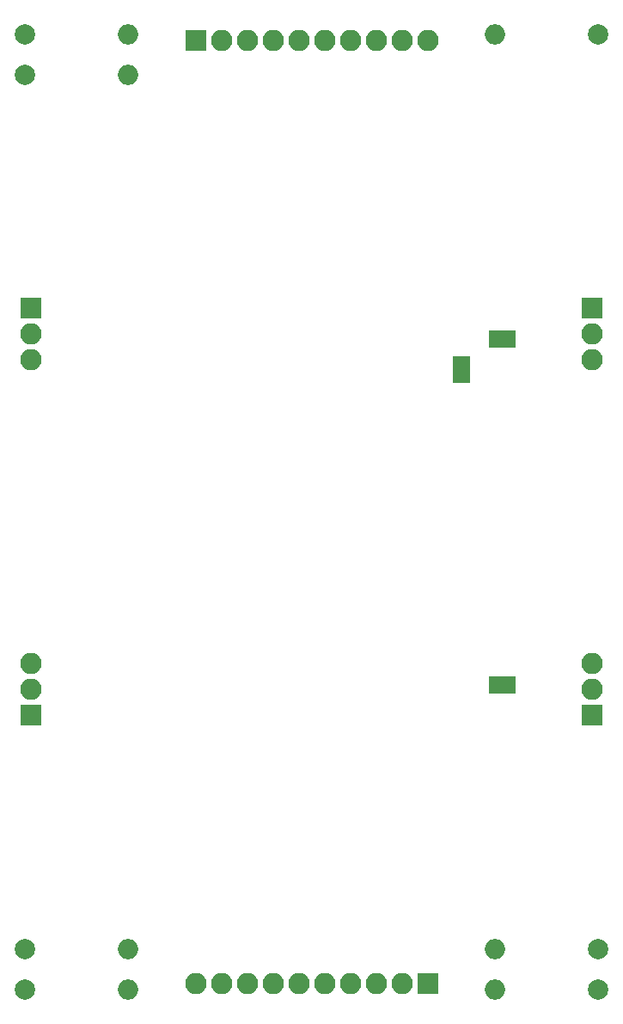
<source format=gbr>
G04 #@! TF.FileFunction,Soldermask,Bot*
%FSLAX46Y46*%
G04 Gerber Fmt 4.6, Leading zero omitted, Abs format (unit mm)*
G04 Created by KiCad (PCBNEW 4.0.4+e1-6308~48~ubuntu16.04.1-stable) date Sun Jan 28 16:13:34 2018*
%MOMM*%
%LPD*%
G01*
G04 APERTURE LIST*
%ADD10C,0.100000*%
%ADD11R,2.100000X2.100000*%
%ADD12O,2.100000X2.100000*%
%ADD13C,2.000000*%
%ADD14O,2.000000X2.000000*%
%ADD15R,1.370000X1.670000*%
%ADD16R,1.670000X1.370000*%
G04 APERTURE END LIST*
D10*
D11*
X119820000Y-58620000D03*
D12*
X122360000Y-58620000D03*
X124900000Y-58620000D03*
X127440000Y-58620000D03*
X129980000Y-58620000D03*
X132520000Y-58620000D03*
X135060000Y-58620000D03*
X137600000Y-58620000D03*
X140140000Y-58620000D03*
X142680000Y-58620000D03*
D11*
X142680000Y-151380000D03*
D12*
X140140000Y-151380000D03*
X137600000Y-151380000D03*
X135060000Y-151380000D03*
X132520000Y-151380000D03*
X129980000Y-151380000D03*
X127440000Y-151380000D03*
X124900000Y-151380000D03*
X122360000Y-151380000D03*
X119820000Y-151380000D03*
D13*
X103000000Y-58000000D03*
D14*
X113160000Y-58000000D03*
D13*
X159500000Y-58000000D03*
D14*
X149340000Y-58000000D03*
D13*
X159500000Y-152000000D03*
D14*
X149340000Y-152000000D03*
D13*
X103000000Y-148000000D03*
D14*
X113160000Y-148000000D03*
D13*
X103000000Y-152000000D03*
D14*
X113160000Y-152000000D03*
D13*
X103000000Y-62000000D03*
D14*
X113160000Y-62000000D03*
D13*
X159500000Y-148000000D03*
D14*
X149340000Y-148000000D03*
D11*
X103620000Y-84980000D03*
D12*
X103620000Y-87520000D03*
X103620000Y-90060000D03*
D11*
X158880000Y-84980000D03*
D12*
X158880000Y-87520000D03*
X158880000Y-90060000D03*
D11*
X103620000Y-125020000D03*
D12*
X103620000Y-122480000D03*
X103620000Y-119940000D03*
D11*
X158880000Y-125020000D03*
D12*
X158880000Y-122480000D03*
X158880000Y-119940000D03*
D15*
X150640000Y-88000000D03*
X149360000Y-88000000D03*
D16*
X146000000Y-91640000D03*
X146000000Y-90360000D03*
D15*
X150640000Y-122000000D03*
X149360000Y-122000000D03*
M02*

</source>
